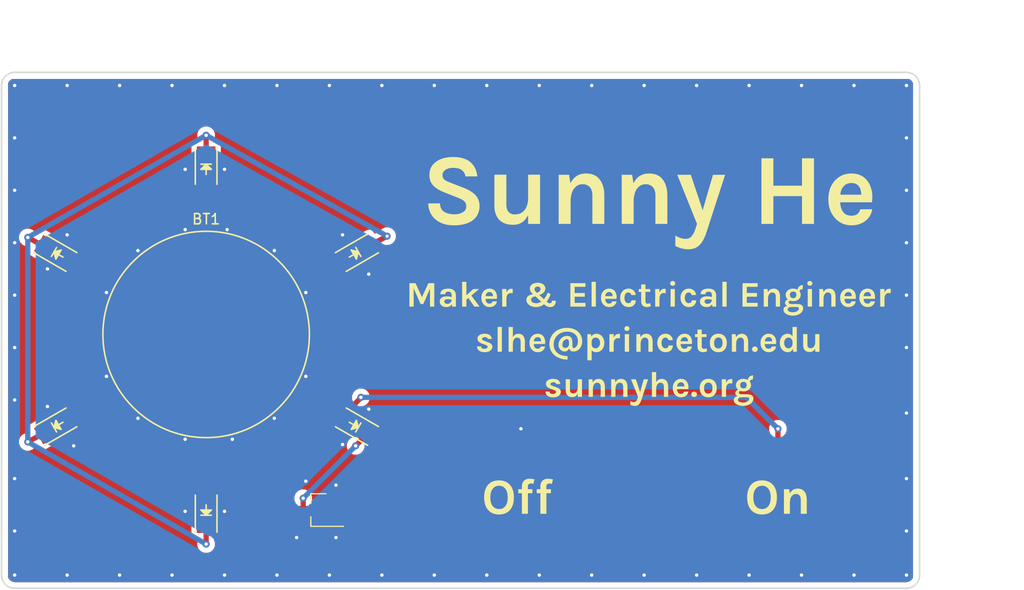
<source format=kicad_pcb>
(kicad_pcb (version 4) (host pcbnew 4.0.6)
  (layers (0 F.Cu signal) (31 B.Cu signal) (34 B.Paste user) (35 F.Paste user) (36 B.SilkS user) (37 F.SilkS user) (38 B.Mask user) (39 F.Mask user) (44 Edge.Cuts user))
  (net 0 "")
  (net 1 GND)
  (net 2 +3V3)
  (net 3 Cathode)
  (net 4 Sense)
  (module Vias:VIA_13_7 (layer F.Cu) (at 79.464 89.624)
    (fp_text reference REF** hide)
    (fp_text value VIA_13_7 hide)
    (pad 1 thru_hole circle (at 0 0) (size 0.6858 0.6858) (drill 0.3302) (layers *.Cu) (net 1 GND))
  )
  (module Vias:VIA_13_7 (layer F.Cu) (at 79.464 79.464)
    (fp_text reference REF** hide)
    (fp_text value VIA_13_7 hide)
    (pad 1 thru_hole circle (at 0 0) (size 0.6858 0.6858) (drill 0.3302) (layers *.Cu) (net 1 GND))
  )
  (module Vias:VIA_13_7 (layer F.Cu) (at 79.464 71.336)
    (fp_text reference REF** hide)
    (fp_text value VIA_13_7 hide)
    (pad 1 thru_hole circle (at 0 0) (size 0.6858 0.6858) (drill 0.3302) (layers *.Cu) (net 1 GND))
  )
  (module Vias:VIA_13_7 (layer F.Cu) (at 76.416 67.272)
    (fp_text reference REF** hide)
    (fp_text value VIA_13_7 hide)
    (pad 1 thru_hole circle (at 0 0) (size 0.6858 0.6858) (drill 0.3302) (layers *.Cu) (net 1 GND))
  )
  (module Vias:VIA_13_7 (layer F.Cu) (at 76.416 83.528)
    (fp_text reference REF** hide)
    (fp_text value VIA_13_7 hide)
    (pad 1 thru_hole circle (at 0 0) (size 0.6858 0.6858) (drill 0.3302) (layers *.Cu) (net 1 GND))
  )
  (module Vias:VIA_13_7 (layer F.Cu) (at 72.352 85.56)
    (fp_text reference REF** hide)
    (fp_text value VIA_13_7 hide)
    (pad 1 thru_hole circle (at 0 0) (size 0.6858 0.6858) (drill 0.3302) (layers *.Cu) (net 1 GND))
  )
  (module Vias:VIA_13_7 (layer F.Cu) (at 67.78 85.56)
    (fp_text reference REF** hide)
    (fp_text value VIA_13_7 hide)
    (pad 1 thru_hole circle (at 0 0) (size 0.6858 0.6858) (drill 0.3302) (layers *.Cu) (net 1 GND))
  )
  (module Vias:VIA_13_7 (layer F.Cu) (at 63.208 83.528)
    (fp_text reference REF** hide)
    (fp_text value VIA_13_7 hide)
    (pad 1 thru_hole circle (at 0 0) (size 0.6858 0.6858) (drill 0.3302) (layers *.Cu) (net 1 GND))
  )
  (module Vias:VIA_13_7 (layer F.Cu) (at 60.16 79.464)
    (fp_text reference REF** hide)
    (fp_text value VIA_13_7 hide)
    (pad 1 thru_hole circle (at 0 0) (size 0.6858 0.6858) (drill 0.3302) (layers *.Cu) (net 1 GND))
  )
  (module Vias:VIA_13_7 (layer F.Cu) (at 60.16 71.336)
    (fp_text reference REF** hide)
    (fp_text value VIA_13_7 hide)
    (pad 1 thru_hole circle (at 0 0) (size 0.6858 0.6858) (drill 0.3302) (layers *.Cu) (net 1 GND))
  )
  (module Vias:VIA_13_7 (layer F.Cu) (at 63.208 67.272)
    (fp_text reference REF** hide)
    (fp_text value VIA_13_7 hide)
    (pad 1 thru_hole circle (at 0 0) (size 0.6858 0.6858) (drill 0.3302) (layers *.Cu) (net 1 GND))
  )
  (module Vias:VIA_13_7 (layer F.Cu) (at 71.844 65.24)
    (fp_text reference REF** hide)
    (fp_text value VIA_13_7 hide)
    (pad 1 thru_hole circle (at 0 0) (size 0.6858 0.6858) (drill 0.3302) (layers *.Cu) (net 1 GND))
  )
  (module Vias:VIA_13_7 (layer F.Cu) (at 67.78 65.24)
    (fp_text reference REF** hide)
    (fp_text value VIA_13_7 hide)
    (pad 1 thru_hole circle (at 0 0) (size 0.6858 0.6858) (drill 0.3302) (layers *.Cu) (net 1 GND))
  )
  (module Vias:VIA_13_7 (layer F.Cu) (at 78.575 95.085)
    (fp_text reference REF** hide)
    (fp_text value VIA_13_7 hide)
    (pad 1 thru_hole circle (at 0 0) (size 0.6858 0.6858) (drill 0.3302) (layers *.Cu) (net 1 GND))
  )
  (module Vias:VIA_13_7 (layer F.Cu) (at 82.385 95.085)
    (fp_text reference REF** hide)
    (fp_text value VIA_13_7 hide)
    (pad 1 thru_hole circle (at 0 0) (size 0.6858 0.6858) (drill 0.3302) (layers *.Cu) (net 1 GND))
  )
  (module Vias:VIA_13_7 (layer F.Cu) (at 71.59 92.545)
    (fp_text reference REF** hide)
    (fp_text value VIA_13_7 hide)
    (pad 1 thru_hole circle (at 0 0) (size 0.6858 0.6858) (drill 0.3302) (layers *.Cu) (net 1 GND))
  )
  (module Vias:VIA_13_7 (layer F.Cu) (at 67.78 92.545)
    (fp_text reference REF** hide)
    (fp_text value VIA_13_7 hide)
    (pad 1 thru_hole circle (at 0 0) (size 0.6858 0.6858) (drill 0.3302) (layers *.Cu) (net 1 GND))
  )
  (module Vias:VIA_13_7 (layer F.Cu) (at 56.985 86.195)
    (fp_text reference REF** hide)
    (fp_text value VIA_13_7 hide)
    (pad 1 thru_hole circle (at 0 0) (size 0.6858 0.6858) (drill 0.3302) (layers *.Cu) (net 1 GND))
  )
  (module Vias:VIA_13_7 (layer F.Cu) (at 54.445 82.385)
    (fp_text reference REF** hide)
    (fp_text value VIA_13_7 hide)
    (pad 1 thru_hole circle (at 0 0) (size 0.6858 0.6858) (drill 0.3302) (layers *.Cu) (net 1 GND))
  )
  (module Vias:VIA_13_7 (layer F.Cu) (at 54.445 69.05)
    (fp_text reference REF** hide)
    (fp_text value VIA_13_7 hide)
    (pad 1 thru_hole circle (at 0 0) (size 0.6858 0.6858) (drill 0.3302) (layers *.Cu) (net 1 GND))
  )
  (module Vias:VIA_13_7 (layer F.Cu) (at 82.385 90.005)
    (fp_text reference REF** hide)
    (fp_text value VIA_13_7 hide)
    (pad 1 thru_hole circle (at 0 0) (size 0.6858 0.6858) (drill 0.3302) (layers *.Cu) (net 1 GND))
  )
  (module Linx_CR2032_Holder (layer F.Cu) (at 69.812 75.4)
    (fp_text reference BT1 (at 0 -11.176) (layer F.SilkS))
    (fp_text value Battery_Cell)
    (pad 2 smd circle (at 0 0) (size 17.78 17.78) (layers F.Cu F.Paste F.Mask) (net 1 GND))
    (pad 1 smd rect (at -11.43 0) (size 2.54 5.08) (layers F.Cu F.Paste F.Mask) (net 2 +3V3))
    (pad 1 smd rect (at 11.43 0) (size 2.54 5.08) (layers F.Cu F.Paste F.Mask) (net 2 +3V3))
  )
  (module Vias:VIA_13_7 (layer F.Cu) (at 83.02 86.068)
    (fp_text reference REF** hide)
    (fp_text value VIA_13_7 hide)
    (pad 1 thru_hole circle (at 0 0) (size 0.6858 0.6858) (drill 0.3302) (layers *.Cu) (net 1 GND))
  )
  (module Vias:VIA_13_7 (layer F.Cu) (at 85.56 82.639)
    (fp_text reference REF** hide)
    (fp_text value VIA_13_7 hide)
    (pad 1 thru_hole circle (at 0 0) (size 0.6858 0.6858) (drill 0.3302) (layers *.Cu) (net 1 GND))
  )
  (module Vias:VIA_13_7 (layer F.Cu) (at 85.56 69.558)
    (fp_text reference REF** hide)
    (fp_text value VIA_13_7 hide)
    (pad 1 thru_hole circle (at 0 0) (size 0.6858 0.6858) (drill 0.3302) (layers *.Cu) (net 1 GND))
  )
  (module Vias:VIA_13_7 (layer F.Cu) (at 83.02 65.748)
    (fp_text reference REF** hide)
    (fp_text value VIA_13_7 hide)
    (pad 1 thru_hole circle (at 0 0) (size 0.6858 0.6858) (drill 0.3302) (layers *.Cu) (net 1 GND))
  )
  (module Vias:VIA_13_7 (layer F.Cu) (at 71.59 59.398)
    (fp_text reference REF** hide)
    (fp_text value VIA_13_7 hide)
    (pad 1 thru_hole circle (at 0 0) (size 0.6858 0.6858) (drill 0.3302) (layers *.Cu) (net 1 GND))
  )
  (module Vias:VIA_13_7 (layer F.Cu) (at 67.78 59.398)
    (fp_text reference REF** hide)
    (fp_text value VIA_13_7 hide)
    (pad 1 thru_hole circle (at 0 0) (size 0.6858 0.6858) (drill 0.3302) (layers *.Cu) (net 1 GND))
  )
  (module Vias:VIA_13_7 (layer F.Cu) (at 56.35 65.748)
    (fp_text reference REF** hide)
    (fp_text value VIA_13_7 hide)
    (pad 1 thru_hole circle (at 0 0) (size 0.6858 0.6858) (drill 0.3302) (layers *.Cu) (net 1 GND))
  )
  (module Vias:VIA_13_7 (layer F.Cu) (at 91.91 51.27)
    (fp_text reference REF** hide)
    (fp_text value VIA_13_7 hide)
    (pad 1 thru_hole circle (at 0 0) (size 0.6858 0.6858) (drill 0.3302) (layers *.Cu) (net 1 GND))
  )
  (module Vias:VIA_13_7 (layer F.Cu) (at 96.99 51.27)
    (fp_text reference REF** hide)
    (fp_text value VIA_13_7 hide)
    (pad 1 thru_hole circle (at 0 0) (size 0.6858 0.6858) (drill 0.3302) (layers *.Cu) (net 1 GND))
  )
  (module Vias:VIA_13_7 (layer F.Cu) (at 122.39 51.27)
    (fp_text reference REF** hide)
    (fp_text value VIA_13_7 hide)
    (pad 1 thru_hole circle (at 0 0) (size 0.6858 0.6858) (drill 0.3302) (layers *.Cu) (net 1 GND))
  )
  (module Vias:VIA_13_7 (layer F.Cu) (at 132.55 51.27)
    (fp_text reference REF** hide)
    (fp_text value VIA_13_7 hide)
    (pad 1 thru_hole circle (at 0 0) (size 0.6858 0.6858) (drill 0.3302) (layers *.Cu) (net 1 GND))
  )
  (module Vias:VIA_13_7 (layer F.Cu) (at 127.47 51.27)
    (fp_text reference REF** hide)
    (fp_text value VIA_13_7 hide)
    (pad 1 thru_hole circle (at 0 0) (size 0.6858 0.6858) (drill 0.3302) (layers *.Cu) (net 1 GND))
  )
  (module Vias:VIA_13_7 (layer F.Cu) (at 112.23 51.27)
    (fp_text reference REF** hide)
    (fp_text value VIA_13_7 hide)
    (pad 1 thru_hole circle (at 0 0) (size 0.6858 0.6858) (drill 0.3302) (layers *.Cu) (net 1 GND))
  )
  (module Vias:VIA_13_7 (layer F.Cu) (at 107.15 51.27)
    (fp_text reference REF** hide)
    (fp_text value VIA_13_7 hide)
    (pad 1 thru_hole circle (at 0 0) (size 0.6858 0.6858) (drill 0.3302) (layers *.Cu) (net 1 GND))
  )
  (module Vias:VIA_13_7 (layer F.Cu) (at 102.07 51.27)
    (fp_text reference REF** hide)
    (fp_text value VIA_13_7 hide)
    (pad 1 thru_hole circle (at 0 0) (size 0.6858 0.6858) (drill 0.3302) (layers *.Cu) (net 1 GND))
  )
  (module Vias:VIA_13_7 (layer F.Cu) (at 117.31 51.27)
    (fp_text reference REF** hide)
    (fp_text value VIA_13_7 hide)
    (pad 1 thru_hole circle (at 0 0) (size 0.6858 0.6858) (drill 0.3302) (layers *.Cu) (net 1 GND))
  )
  (module Vias:VIA_13_7 (layer F.Cu) (at 56.35 51.27)
    (fp_text reference REF** hide)
    (fp_text value VIA_13_7 hide)
    (pad 1 thru_hole circle (at 0 0) (size 0.6858 0.6858) (drill 0.3302) (layers *.Cu) (net 1 GND))
  )
  (module Vias:VIA_13_7 (layer F.Cu) (at 66.51 51.27)
    (fp_text reference REF** hide)
    (fp_text value VIA_13_7 hide)
    (pad 1 thru_hole circle (at 0 0) (size 0.6858 0.6858) (drill 0.3302) (layers *.Cu) (net 1 GND))
  )
  (module Vias:VIA_13_7 (layer F.Cu) (at 61.43 51.27)
    (fp_text reference REF** hide)
    (fp_text value VIA_13_7 hide)
    (pad 1 thru_hole circle (at 0 0) (size 0.6858 0.6858) (drill 0.3302) (layers *.Cu) (net 1 GND))
  )
  (module Vias:VIA_13_7 (layer F.Cu) (at 86.83 51.27)
    (fp_text reference REF** hide)
    (fp_text value VIA_13_7 hide)
    (pad 1 thru_hole circle (at 0 0) (size 0.6858 0.6858) (drill 0.3302) (layers *.Cu) (net 1 GND))
  )
  (module Vias:VIA_13_7 (layer F.Cu) (at 71.59 51.27)
    (fp_text reference REF** hide)
    (fp_text value VIA_13_7 hide)
    (pad 1 thru_hole circle (at 0 0) (size 0.6858 0.6858) (drill 0.3302) (layers *.Cu) (net 1 GND))
  )
  (module Vias:VIA_13_7 (layer F.Cu) (at 81.75 51.27)
    (fp_text reference REF** hide)
    (fp_text value VIA_13_7 hide)
    (pad 1 thru_hole circle (at 0 0) (size 0.6858 0.6858) (drill 0.3302) (layers *.Cu) (net 1 GND))
  )
  (module Vias:VIA_13_7 (layer F.Cu) (at 76.67 51.27)
    (fp_text reference REF** hide)
    (fp_text value VIA_13_7 hide)
    (pad 1 thru_hole circle (at 0 0) (size 0.6858 0.6858) (drill 0.3302) (layers *.Cu) (net 1 GND))
  )
  (module Vias:VIA_13_7 (layer F.Cu) (at 132.55 98.722)
    (fp_text reference REF** hide)
    (fp_text value VIA_13_7 hide)
    (pad 1 thru_hole circle (at 0 0) (size 0.6858 0.6858) (drill 0.3302) (layers *.Cu) (net 1 GND))
  )
  (module Vias:VIA_13_7 (layer F.Cu) (at 127.47 98.722)
    (fp_text reference REF** hide)
    (fp_text value VIA_13_7 hide)
    (pad 1 thru_hole circle (at 0 0) (size 0.6858 0.6858) (drill 0.3302) (layers *.Cu) (net 1 GND))
  )
  (module Vias:VIA_13_7 (layer F.Cu) (at 122.39 98.722)
    (fp_text reference REF** hide)
    (fp_text value VIA_13_7 hide)
    (pad 1 thru_hole circle (at 0 0) (size 0.6858 0.6858) (drill 0.3302) (layers *.Cu) (net 1 GND))
  )
  (module Vias:VIA_13_7 (layer F.Cu) (at 117.31 98.722)
    (fp_text reference REF** hide)
    (fp_text value VIA_13_7 hide)
    (pad 1 thru_hole circle (at 0 0) (size 0.6858 0.6858) (drill 0.3302) (layers *.Cu) (net 1 GND))
  )
  (module Vias:VIA_13_7 (layer F.Cu) (at 112.23 98.722)
    (fp_text reference REF** hide)
    (fp_text value VIA_13_7 hide)
    (pad 1 thru_hole circle (at 0 0) (size 0.6858 0.6858) (drill 0.3302) (layers *.Cu) (net 1 GND))
  )
  (module Vias:VIA_13_7 (layer F.Cu) (at 107.15 98.722)
    (fp_text reference REF** hide)
    (fp_text value VIA_13_7 hide)
    (pad 1 thru_hole circle (at 0 0) (size 0.6858 0.6858) (drill 0.3302) (layers *.Cu) (net 1 GND))
  )
  (module Vias:VIA_13_7 (layer F.Cu) (at 102.07 98.722)
    (fp_text reference REF** hide)
    (fp_text value VIA_13_7 hide)
    (pad 1 thru_hole circle (at 0 0) (size 0.6858 0.6858) (drill 0.3302) (layers *.Cu) (net 1 GND))
  )
  (module Vias:VIA_13_7 (layer F.Cu) (at 96.99 98.722)
    (fp_text reference REF** hide)
    (fp_text value VIA_13_7 hide)
    (pad 1 thru_hole circle (at 0 0) (size 0.6858 0.6858) (drill 0.3302) (layers *.Cu) (net 1 GND))
  )
  (module Vias:VIA_13_7 (layer F.Cu) (at 91.91 98.722)
    (fp_text reference REF** hide)
    (fp_text value VIA_13_7 hide)
    (pad 1 thru_hole circle (at 0 0) (size 0.6858 0.6858) (drill 0.3302) (layers *.Cu) (net 1 GND))
  )
  (module Vias:VIA_13_7 (layer F.Cu) (at 86.83 98.722)
    (fp_text reference REF** hide)
    (fp_text value VIA_13_7 hide)
    (pad 1 thru_hole circle (at 0 0) (size 0.6858 0.6858) (drill 0.3302) (layers *.Cu) (net 1 GND))
  )
  (module Vias:VIA_13_7 (layer F.Cu) (at 81.75 98.722)
    (fp_text reference REF** hide)
    (fp_text value VIA_13_7 hide)
    (pad 1 thru_hole circle (at 0 0) (size 0.6858 0.6858) (drill 0.3302) (layers *.Cu) (net 1 GND))
  )
  (module Vias:VIA_13_7 (layer F.Cu) (at 76.67 98.722)
    (fp_text reference REF** hide)
    (fp_text value VIA_13_7 hide)
    (pad 1 thru_hole circle (at 0 0) (size 0.6858 0.6858) (drill 0.3302) (layers *.Cu) (net 1 GND))
  )
  (module Vias:VIA_13_7 (layer F.Cu) (at 71.59 98.722)
    (fp_text reference REF** hide)
    (fp_text value VIA_13_7 hide)
    (pad 1 thru_hole circle (at 0 0) (size 0.6858 0.6858) (drill 0.3302) (layers *.Cu) (net 1 GND))
  )
  (module Vias:VIA_13_7 (layer F.Cu) (at 66.51 98.722)
    (fp_text reference REF** hide)
    (fp_text value VIA_13_7 hide)
    (pad 1 thru_hole circle (at 0 0) (size 0.6858 0.6858) (drill 0.3302) (layers *.Cu) (net 1 GND))
  )
  (module Vias:VIA_13_7 (layer F.Cu) (at 61.43 98.722)
    (fp_text reference REF** hide)
    (fp_text value VIA_13_7 hide)
    (pad 1 thru_hole circle (at 0 0) (size 0.6858 0.6858) (drill 0.3302) (layers *.Cu) (net 1 GND))
  )
  (module Vias:VIA_13_7 (layer F.Cu) (at 56.35 98.722)
    (fp_text reference REF** hide)
    (fp_text value VIA_13_7 hide)
    (pad 1 thru_hole circle (at 0 0) (size 0.6858 0.6858) (drill 0.3302) (layers *.Cu) (net 1 GND))
  )
  (module Vias:VIA_13_7 (layer F.Cu) (at 137.63 56.35)
    (fp_text reference REF** hide)
    (fp_text value VIA_13_7 hide)
    (pad 1 thru_hole circle (at 0 0) (size 0.6858 0.6858) (drill 0.3302) (layers *.Cu) (net 1 GND))
  )
  (module Vias:VIA_13_7 (layer F.Cu) (at 137.63 51.27)
    (fp_text reference REF** hide)
    (fp_text value VIA_13_7 hide)
    (pad 1 thru_hole circle (at 0 0) (size 0.6858 0.6858) (drill 0.3302) (layers *.Cu) (net 1 GND))
  )
  (module Vias:VIA_13_7 (layer F.Cu) (at 137.63 71.59)
    (fp_text reference REF** hide)
    (fp_text value VIA_13_7 hide)
    (pad 1 thru_hole circle (at 0 0) (size 0.6858 0.6858) (drill 0.3302) (layers *.Cu) (net 1 GND))
  )
  (module Vias:VIA_13_7 (layer F.Cu) (at 137.63 66.51)
    (fp_text reference REF** hide)
    (fp_text value VIA_13_7 hide)
    (pad 1 thru_hole circle (at 0 0) (size 0.6858 0.6858) (drill 0.3302) (layers *.Cu) (net 1 GND))
  )
  (module Vias:VIA_13_7 (layer F.Cu) (at 137.63 61.43)
    (fp_text reference REF** hide)
    (fp_text value VIA_13_7 hide)
    (pad 1 thru_hole circle (at 0 0) (size 0.6858 0.6858) (drill 0.3302) (layers *.Cu) (net 1 GND))
  )
  (module Vias:VIA_13_7 (layer F.Cu) (at 137.63 98.722)
    (fp_text reference REF** hide)
    (fp_text value VIA_13_7 hide)
    (pad 1 thru_hole circle (at 0 0) (size 0.6858 0.6858) (drill 0.3302) (layers *.Cu) (net 1 GND))
  )
  (module Vias:VIA_13_7 (layer F.Cu) (at 137.63 89.37)
    (fp_text reference REF** hide)
    (fp_text value VIA_13_7 hide)
    (pad 1 thru_hole circle (at 0 0) (size 0.6858 0.6858) (drill 0.3302) (layers *.Cu) (net 1 GND))
  )
  (module Vias:VIA_13_7 (layer F.Cu) (at 137.63 83.02)
    (fp_text reference REF** hide)
    (fp_text value VIA_13_7 hide)
    (pad 1 thru_hole circle (at 0 0) (size 0.6858 0.6858) (drill 0.3302) (layers *.Cu) (net 1 GND))
  )
  (module Vias:VIA_13_7 (layer F.Cu) (at 137.63 94.45)
    (fp_text reference REF** hide)
    (fp_text value VIA_13_7 hide)
    (pad 1 thru_hole circle (at 0 0) (size 0.6858 0.6858) (drill 0.3302) (layers *.Cu) (net 1 GND))
  )
  (module Vias:VIA_13_7 (layer F.Cu) (at 137.63 76.67)
    (fp_text reference REF** hide)
    (fp_text value VIA_13_7 hide)
    (pad 1 thru_hole circle (at 0 0) (size 0.6858 0.6858) (drill 0.3302) (layers *.Cu) (net 1 GND))
  )
  (module Vias:VIA_13_7 (layer F.Cu) (at 51.27 98.722)
    (fp_text reference REF** hide)
    (fp_text value VIA_13_7 hide)
    (pad 1 thru_hole circle (at 0 0) (size 0.6858 0.6858) (drill 0.3302) (layers *.Cu) (net 1 GND))
  )
  (module Vias:VIA_13_7 (layer F.Cu) (at 51.27 94.45)
    (fp_text reference REF** hide)
    (fp_text value VIA_13_7 hide)
    (pad 1 thru_hole circle (at 0 0) (size 0.6858 0.6858) (drill 0.3302) (layers *.Cu) (net 1 GND))
  )
  (module Vias:VIA_13_7 (layer F.Cu) (at 51.27 89.37)
    (fp_text reference REF** hide)
    (fp_text value VIA_13_7 hide)
    (pad 1 thru_hole circle (at 0 0) (size 0.6858 0.6858) (drill 0.3302) (layers *.Cu) (net 1 GND))
  )
  (module Vias:VIA_13_7 (layer F.Cu) (at 51.27 81.75)
    (fp_text reference REF** hide)
    (fp_text value VIA_13_7 hide)
    (pad 1 thru_hole circle (at 0 0) (size 0.6858 0.6858) (drill 0.3302) (layers *.Cu) (net 1 GND))
  )
  (module Vias:VIA_13_7 (layer F.Cu) (at 51.27 76.67)
    (fp_text reference REF** hide)
    (fp_text value VIA_13_7 hide)
    (pad 1 thru_hole circle (at 0 0) (size 0.6858 0.6858) (drill 0.3302) (layers *.Cu) (net 1 GND))
  )
  (module Vias:VIA_13_7 (layer F.Cu) (at 51.27 71.59)
    (fp_text reference REF** hide)
    (fp_text value VIA_13_7 hide)
    (pad 1 thru_hole circle (at 0 0) (size 0.6858 0.6858) (drill 0.3302) (layers *.Cu) (net 1 GND))
  )
  (module Vias:VIA_13_7 (layer F.Cu) (at 51.27 66.51)
    (fp_text reference REF** hide)
    (fp_text value VIA_13_7 hide)
    (pad 1 thru_hole circle (at 0 0) (size 0.6858 0.6858) (drill 0.3302) (layers *.Cu) (net 1 GND))
  )
  (module Vias:VIA_13_7 (layer F.Cu) (at 51.27 61.43)
    (fp_text reference REF** hide)
    (fp_text value VIA_13_7 hide)
    (pad 1 thru_hole circle (at 0 0) (size 0.6858 0.6858) (drill 0.3302) (layers *.Cu) (net 1 GND))
  )
  (module Vias:VIA_13_7 (layer F.Cu) (at 51.27 56.35)
    (fp_text reference REF** hide)
    (fp_text value VIA_13_7 hide)
    (pad 1 thru_hole circle (at 0 0) (size 0.6858 0.6858) (drill 0.3302) (layers *.Cu) (net 1 GND))
  )
  (module LEDs:LED_1206 (layer F.Cu) (at 55.5118 84.163 30)
    (fp_text reference D1 hide)
    (fp_text value LED hide)
    (pad 2 smd rect (at 1.41986 0 210) (size 1.59766 1.80086) (layers F.Cu F.Paste F.Mask) (net 2 +3V3))
    (pad 1 smd rect (at -1.41986 0 210) (size 1.59766 1.80086) (layers F.Cu F.Paste F.Mask) (net 3 Cathode))
  )
  (module LEDs:LED_1206 (layer F.Cu) (at 69.812 92.418 90)
    (fp_text reference D2 hide)
    (fp_text value LED hide)
    (pad 2 smd rect (at 1.41986 0 270) (size 1.59766 1.80086) (layers F.Cu F.Paste F.Mask) (net 2 +3V3))
    (pad 1 smd rect (at -1.41986 0 270) (size 1.59766 1.80086) (layers F.Cu F.Paste F.Mask) (net 3 Cathode))
  )
  (module LEDs:LED_1206 (layer F.Cu) (at 84.1122 84.163 150)
    (fp_text reference D3 hide)
    (fp_text value LED hide)
    (pad 2 smd rect (at 1.41986 0 330) (size 1.59766 1.80086) (layers F.Cu F.Paste F.Mask) (net 2 +3V3))
    (pad 1 smd rect (at -1.41986 0 330) (size 1.59766 1.80086) (layers F.Cu F.Paste F.Mask) (net 3 Cathode))
  )
  (module LEDs:LED_1206 (layer F.Cu) (at 69.812 59.398 270)
    (fp_text reference D4 hide)
    (fp_text value LED hide)
    (pad 2 smd rect (at 1.41986 0 90) (size 1.59766 1.80086) (layers F.Cu F.Paste F.Mask) (net 2 +3V3))
    (pad 1 smd rect (at -1.41986 0 90) (size 1.59766 1.80086) (layers F.Cu F.Paste F.Mask) (net 3 Cathode))
  )
  (module LEDs:LED_1206 (layer F.Cu) (at 55.5118 67.653 330)
    (fp_text reference D5 hide)
    (fp_text value LED hide)
    (pad 2 smd rect (at 1.41986 0 150) (size 1.59766 1.80086) (layers F.Cu F.Paste F.Mask) (net 2 +3V3))
    (pad 1 smd rect (at -1.41986 0 150) (size 1.59766 1.80086) (layers F.Cu F.Paste F.Mask) (net 3 Cathode))
  )
  (module LEDs:LED_1206 (layer F.Cu) (at 84.1122 67.653 210)
    (fp_text reference D6 hide)
    (fp_text value LED hide)
    (pad 2 smd rect (at 1.41986 0 30) (size 1.59766 1.80086) (layers F.Cu F.Paste F.Mask) (net 2 +3V3))
    (pad 1 smd rect (at -1.41986 0 30) (size 1.59766 1.80086) (layers F.Cu F.Paste F.Mask) (net 3 Cathode))
  )
  (module CardElements:ButtonPad (layer F.Cu) (at 100.292 94.45 180)
    (fp_text reference P1 hide)
    (fp_text value ButtonPad hide)
    (fp_poly (pts (xy -3.803894 -2.437577) (xy -4.077331 -2.431287) (xy -4.347842 -2.412606) (xy -4.61505 -2.381813) (xy -4.878576 -2.33919) (xy -5.138045 -2.285016) (xy -5.393079 -2.219573) (xy -5.643299 -2.143141) (xy -5.88833 -2.056) (xy -6.127792 -1.958432) (xy -6.36131 -1.850717) (xy -6.588506 -1.733135) (xy -6.809001 -1.605966) (xy -7.02242 -1.469493) (xy -7.228384 -1.323994) (xy -7.426516 -1.169751) (xy -7.616439 -1.007045) (xy -7.797775 -0.836155) (xy -7.970147 -0.657363) (xy -8.133178 -0.470949) (xy -8.28649 -0.277193) (xy -8.429705 -0.076377) (xy -8.562447 0.131219) (xy -8.684338 0.345315) (xy -8.795001 0.56563) (xy -8.894057 0.791884) (xy -8.981131 1.023795) (xy -9.055844 1.261084) (xy -9.117819 1.503469) (xy -9.166679 1.750671) (xy -9.202046 2.002408) (xy -9.223543 2.2584) (xy -9.230793 2.518366) (xy -7.198793 2.518366) (xy -7.188123 2.284356) (xy -7.156573 2.054496) (xy -7.104832 1.829635) (xy -7.033589 1.610622) (xy -6.943533 1.398306) (xy -6.835355 1.193536) (xy -6.709742 0.99716) (xy -6.567385 0.810027) (xy -6.408972 0.632988) (xy -6.235193 0.466889) (xy -6.046737 0.31258) (xy -5.844294 0.170911) (xy -5.628551 0.042729) (xy -5.4002 -0.071116) (xy -5.159928 -0.169775) (xy -4.908426 -0.2524) (xy -4.646382 -0.318142) (xy -4.374486 -0.366151) (xy -4.093427 -0.395579) (xy -3.803894 -0.405577) (xy 3.804346 -0.405577) (xy 4.093879 -0.395579) (xy 4.374937 -0.366151) (xy 4.646833 -0.318142) (xy 4.908876 -0.2524) (xy 5.160379 -0.169775) (xy 5.40065 -0.071116) (xy 5.629001 0.042729) (xy 5.844744 0.170911) (xy 6.047188 0.31258) (xy 6.235644 0.466889) (xy 6.409423 0.632988) (xy 6.567836 0.810027) (xy 6.710193 0.99716) (xy 6.835806 1.193536) (xy 6.943985 1.398306) (xy 7.03404 1.610622) (xy 7.105283 1.829635) (xy 7.157024 2.054496) (xy 7.188574 2.284356) (xy 7.199244 2.518366) (xy 9.231244 2.518366) (xy 9.223995 2.2584) (xy 9.202498 2.002408) (xy 9.16713 1.750671) (xy 9.118271 1.503469) (xy 9.056295 1.261084) (xy 8.981582 1.023795) (xy 8.894509 0.791884) (xy 8.795452 0.56563) (xy 8.684789 0.345315) (xy 8.562898 0.131219) (xy 8.430156 -0.076377) (xy 8.286941 -0.277193) (xy 8.133629 -0.470949) (xy 7.970598 -0.657363) (xy 7.798226 -0.836155) (xy 7.61689 -1.007045) (xy 7.426967 -1.169751) (xy 7.228835 -1.323994) (xy 7.022871 -1.469493) (xy 6.809452 -1.605966) (xy 6.588956 -1.733135) (xy 6.361761 -1.850717) (xy 6.128243 -1.958432) (xy 5.88878 -2.056) (xy 5.64375 -2.143141) (xy 5.39353 -2.219573) (xy 5.138496 -2.285016) (xy 4.879028 -2.33919) (xy 4.615501 -2.381813) (xy 4.348293 -2.412606) (xy 4.077783 -2.431287) (xy 3.804346 -2.437577) (xy -3.803894 -2.437577)) (layer F.Cu) (width 0))
    (pad 1 smd rect (at 0 -1.27 180) (size 10.16 1.524) (layers F.Cu) (net 4 Sense))
  )
  (module CardElements:ButtonPad (layer F.Cu) (at 100.292 87.846)
    (fp_text reference P2 hide)
    (fp_text value ButtonPad hide)
    (fp_poly (pts (xy -3.803894 -2.437577) (xy -4.077331 -2.431287) (xy -4.347842 -2.412606) (xy -4.61505 -2.381813) (xy -4.878576 -2.33919) (xy -5.138045 -2.285016) (xy -5.393079 -2.219573) (xy -5.643299 -2.143141) (xy -5.88833 -2.056) (xy -6.127792 -1.958432) (xy -6.36131 -1.850717) (xy -6.588506 -1.733135) (xy -6.809001 -1.605966) (xy -7.02242 -1.469493) (xy -7.228384 -1.323994) (xy -7.426516 -1.169751) (xy -7.616439 -1.007045) (xy -7.797775 -0.836155) (xy -7.970147 -0.657363) (xy -8.133178 -0.470949) (xy -8.28649 -0.277193) (xy -8.429705 -0.076377) (xy -8.562447 0.131219) (xy -8.684338 0.345315) (xy -8.795001 0.56563) (xy -8.894057 0.791884) (xy -8.981131 1.023795) (xy -9.055844 1.261084) (xy -9.117819 1.503469) (xy -9.166679 1.750671) (xy -9.202046 2.002408) (xy -9.223543 2.2584) (xy -9.230793 2.518366) (xy -7.198793 2.518366) (xy -7.188123 2.284356) (xy -7.156573 2.054496) (xy -7.104832 1.829635) (xy -7.033589 1.610622) (xy -6.943533 1.398306) (xy -6.835355 1.193536) (xy -6.709742 0.99716) (xy -6.567385 0.810027) (xy -6.408972 0.632988) (xy -6.235193 0.466889) (xy -6.046737 0.31258) (xy -5.844294 0.170911) (xy -5.628551 0.042729) (xy -5.4002 -0.071116) (xy -5.159928 -0.169775) (xy -4.908426 -0.2524) (xy -4.646382 -0.318142) (xy -4.374486 -0.366151) (xy -4.093427 -0.395579) (xy -3.803894 -0.405577) (xy 3.804346 -0.405577) (xy 4.093879 -0.395579) (xy 4.374937 -0.366151) (xy 4.646833 -0.318142) (xy 4.908876 -0.2524) (xy 5.160379 -0.169775) (xy 5.40065 -0.071116) (xy 5.629001 0.042729) (xy 5.844744 0.170911) (xy 6.047188 0.31258) (xy 6.235644 0.466889) (xy 6.409423 0.632988) (xy 6.567836 0.810027) (xy 6.710193 0.99716) (xy 6.835806 1.193536) (xy 6.943985 1.398306) (xy 7.03404 1.610622) (xy 7.105283 1.829635) (xy 7.157024 2.054496) (xy 7.188574 2.284356) (xy 7.199244 2.518366) (xy 9.231244 2.518366) (xy 9.223995 2.2584) (xy 9.202498 2.002408) (xy 9.16713 1.750671) (xy 9.118271 1.503469) (xy 9.056295 1.261084) (xy 8.981582 1.023795) (xy 8.894509 0.791884) (xy 8.795452 0.56563) (xy 8.684789 0.345315) (xy 8.562898 0.131219) (xy 8.430156 -0.076377) (xy 8.286941 -0.277193) (xy 8.133629 -0.470949) (xy 7.970598 -0.657363) (xy 7.798226 -0.836155) (xy 7.61689 -1.007045) (xy 7.426967 -1.169751) (xy 7.228835 -1.323994) (xy 7.022871 -1.469493) (xy 6.809452 -1.605966) (xy 6.588956 -1.733135) (xy 6.361761 -1.850717) (xy 6.128243 -1.958432) (xy 5.88878 -2.056) (xy 5.64375 -2.143141) (xy 5.39353 -2.219573) (xy 5.138496 -2.285016) (xy 4.879028 -2.33919) (xy 4.615501 -2.381813) (xy 4.348293 -2.412606) (xy 4.077783 -2.431287) (xy 3.804346 -2.437577) (xy -3.803894 -2.437577)) (layer F.Cu) (width 0))
    (pad 1 smd rect (at 0 -1.27) (size 10.16 1.524) (layers F.Cu) (net 1 GND))
  )
  (module CardElements:ButtonPad (layer F.Cu) (at 125.184 94.45 180)
    (fp_text reference P3 hide)
    (fp_text value ButtonPad hide)
    (fp_poly (pts (xy -3.803894 -2.437577) (xy -4.077331 -2.431287) (xy -4.347842 -2.412606) (xy -4.61505 -2.381813) (xy -4.878576 -2.33919) (xy -5.138045 -2.285016) (xy -5.393079 -2.219573) (xy -5.643299 -2.143141) (xy -5.88833 -2.056) (xy -6.127792 -1.958432) (xy -6.36131 -1.850717) (xy -6.588506 -1.733135) (xy -6.809001 -1.605966) (xy -7.02242 -1.469493) (xy -7.228384 -1.323994) (xy -7.426516 -1.169751) (xy -7.616439 -1.007045) (xy -7.797775 -0.836155) (xy -7.970147 -0.657363) (xy -8.133178 -0.470949) (xy -8.28649 -0.277193) (xy -8.429705 -0.076377) (xy -8.562447 0.131219) (xy -8.684338 0.345315) (xy -8.795001 0.56563) (xy -8.894057 0.791884) (xy -8.981131 1.023795) (xy -9.055844 1.261084) (xy -9.117819 1.503469) (xy -9.166679 1.750671) (xy -9.202046 2.002408) (xy -9.223543 2.2584) (xy -9.230793 2.518366) (xy -7.198793 2.518366) (xy -7.188123 2.284356) (xy -7.156573 2.054496) (xy -7.104832 1.829635) (xy -7.033589 1.610622) (xy -6.943533 1.398306) (xy -6.835355 1.193536) (xy -6.709742 0.99716) (xy -6.567385 0.810027) (xy -6.408972 0.632988) (xy -6.235193 0.466889) (xy -6.046737 0.31258) (xy -5.844294 0.170911) (xy -5.628551 0.042729) (xy -5.4002 -0.071116) (xy -5.159928 -0.169775) (xy -4.908426 -0.2524) (xy -4.646382 -0.318142) (xy -4.374486 -0.366151) (xy -4.093427 -0.395579) (xy -3.803894 -0.405577) (xy 3.804346 -0.405577) (xy 4.093879 -0.395579) (xy 4.374937 -0.366151) (xy 4.646833 -0.318142) (xy 4.908876 -0.2524) (xy 5.160379 -0.169775) (xy 5.40065 -0.071116) (xy 5.629001 0.042729) (xy 5.844744 0.170911) (xy 6.047188 0.31258) (xy 6.235644 0.466889) (xy 6.409423 0.632988) (xy 6.567836 0.810027) (xy 6.710193 0.99716) (xy 6.835806 1.193536) (xy 6.943985 1.398306) (xy 7.03404 1.610622) (xy 7.105283 1.829635) (xy 7.157024 2.054496) (xy 7.188574 2.284356) (xy 7.199244 2.518366) (xy 9.231244 2.518366) (xy 9.223995 2.2584) (xy 9.202498 2.002408) (xy 9.16713 1.750671) (xy 9.118271 1.503469) (xy 9.056295 1.261084) (xy 8.981582 1.023795) (xy 8.894509 0.791884) (xy 8.795452 0.56563) (xy 8.684789 0.345315) (xy 8.562898 0.131219) (xy 8.430156 -0.076377) (xy 8.286941 -0.277193) (xy 8.133629 -0.470949) (xy 7.970598 -0.657363) (xy 7.798226 -0.836155) (xy 7.61689 -1.007045) (xy 7.426967 -1.169751) (xy 7.228835 -1.323994) (xy 7.022871 -1.469493) (xy 6.809452 -1.605966) (xy 6.588956 -1.733135) (xy 6.361761 -1.850717) (xy 6.128243 -1.958432) (xy 5.88878 -2.056) (xy 5.64375 -2.143141) (xy 5.39353 -2.219573) (xy 5.138496 -2.285016) (xy 4.879028 -2.33919) (xy 4.615501 -2.381813) (xy 4.348293 -2.412606) (xy 4.077783 -2.431287) (xy 3.804346 -2.437577) (xy -3.803894 -2.437577)) (layer F.Cu) (width 0))
    (pad 1 smd rect (at 0 -1.27 180) (size 10.16 1.524) (layers F.Cu) (net 4 Sense))
  )
  (module CardElements:ButtonPad (layer F.Cu) (at 125.184 87.846)
    (fp_text reference P4 hide)
    (fp_text value ButtonPad hide)
    (fp_poly (pts (xy -3.803894 -2.437577) (xy -4.077331 -2.431287) (xy -4.347842 -2.412606) (xy -4.61505 -2.381813) (xy -4.878576 -2.33919) (xy -5.138045 -2.285016) (xy -5.393079 -2.219573) (xy -5.643299 -2.143141) (xy -5.88833 -2.056) (xy -6.127792 -1.958432) (xy -6.36131 -1.850717) (xy -6.588506 -1.733135) (xy -6.809001 -1.605966) (xy -7.02242 -1.469493) (xy -7.228384 -1.323994) (xy -7.426516 -1.169751) (xy -7.616439 -1.007045) (xy -7.797775 -0.836155) (xy -7.970147 -0.657363) (xy -8.133178 -0.470949) (xy -8.28649 -0.277193) (xy -8.429705 -0.076377) (xy -8.562447 0.131219) (xy -8.684338 0.345315) (xy -8.795001 0.56563) (xy -8.894057 0.791884) (xy -8.981131 1.023795) (xy -9.055844 1.261084) (xy -9.117819 1.503469) (xy -9.166679 1.750671) (xy -9.202046 2.002408) (xy -9.223543 2.2584) (xy -9.230793 2.518366) (xy -7.198793 2.518366) (xy -7.188123 2.284356) (xy -7.156573 2.054496) (xy -7.104832 1.829635) (xy -7.033589 1.610622) (xy -6.943533 1.398306) (xy -6.835355 1.193536) (xy -6.709742 0.99716) (xy -6.567385 0.810027) (xy -6.408972 0.632988) (xy -6.235193 0.466889) (xy -6.046737 0.31258) (xy -5.844294 0.170911) (xy -5.628551 0.042729) (xy -5.4002 -0.071116) (xy -5.159928 -0.169775) (xy -4.908426 -0.2524) (xy -4.646382 -0.318142) (xy -4.374486 -0.366151) (xy -4.093427 -0.395579) (xy -3.803894 -0.405577) (xy 3.804346 -0.405577) (xy 4.093879 -0.395579) (xy 4.374937 -0.366151) (xy 4.646833 -0.318142) (xy 4.908876 -0.2524) (xy 5.160379 -0.169775) (xy 5.40065 -0.071116) (xy 5.629001 0.042729) (xy 5.844744 0.170911) (xy 6.047188 0.31258) (xy 6.235644 0.466889) (xy 6.409423 0.632988) (xy 6.567836 0.810027) (xy 6.710193 0.99716) (xy 6.835806 1.193536) (xy 6.943985 1.398306) (xy 7.03404 1.610622) (xy 7.105283 1.829635) (xy 7.157024 2.054496) (xy 7.188574 2.284356) (xy 7.199244 2.518366) (xy 9.231244 2.518366) (xy 9.223995 2.2584) (xy 9.202498 2.002408) (xy 9.16713 1.750671) (xy 9.118271 1.503469) (xy 9.056295 1.261084) (xy 8.981582 1.023795) (xy 8.894509 0.791884) (xy 8.795452 0.56563) (xy 8.684789 0.345315) (xy 8.562898 0.131219) (xy 8.430156 -0.076377) (xy 8.286941 -0.277193) (xy 8.133629 -0.470949) (xy 7.970598 -0.657363) (xy 7.798226 -0.836155) (xy 7.61689 -1.007045) (xy 7.426967 -1.169751) (xy 7.228835 -1.323994) (xy 7.022871 -1.469493) (xy 6.809452 -1.605966) (xy 6.588956 -1.733135) (xy 6.361761 -1.850717) (xy 6.128243 -1.958432) (xy 5.88878 -2.056) (xy 5.64375 -2.143141) (xy 5.39353 -2.219573) (xy 5.138496 -2.285016) (xy 4.879028 -2.33919) (xy 4.615501 -2.381813) (xy 4.348293 -2.412606) (xy 4.077783 -2.431287) (xy 3.804346 -2.437577) (xy -3.803894 -2.437577)) (layer F.Cu) (width 0))
    (pad 1 smd rect (at 0 -1.27) (size 10.16 1.524) (layers F.Cu) (net 2 +3V3))
  )
  (module CardElements:front (layer F.Cu) (at 94.196 71.59)
    (fp_text reference svg2mod hide)
    (fp_text value G*** hide)
  )
  (module CardElements:SOT-23_Handsoldering_DGS (layer F.Cu) (at 80.71 92.418 180)
    (fp_text reference Q1 hide)
    (fp_text value Q_NMOS_DGS hide)
    (pad 2 smd rect (at -1.5 -0.95 180) (size 1.9 0.8) (layers F.Cu F.Paste F.Mask) (net 4 Sense))
    (pad 3 smd rect (at -1.5 0.95 180) (size 1.9 0.8) (layers F.Cu F.Paste F.Mask) (net 1 GND))
    (pad 1 smd rect (at 1.5 0 180) (size 1.9 0.8) (layers F.Cu F.Paste F.Mask) (net 3 Cathode))
  )
  (module Vias:VIA_13_7 (layer F.Cu) (at 51.27 51.27)
    (fp_text reference REF** hide)
    (fp_text value VIA_13_7 hide)
    (pad 1 thru_hole circle (at 0 0) (size 0.6858 0.6858) (drill 0.3302) (layers *.Cu) (net 1 GND))
  )
  (gr_arc (start 137.63 98.73) (end 138.9 98.73) (angle 90) (layer Edge.Cuts) (width 0.15))
  (gr_arc (start 51.27 98.73) (end 51.27 100) (angle 90) (layer Edge.Cuts) (width 0.15))
  (gr_arc (start 51.27 51.27) (end 50 51.27) (angle 90) (layer Edge.Cuts) (width 0.15))
  (gr_arc (start 137.63 51.27) (end 137.63 50) (angle 90) (layer Edge.Cuts) (width 0.15))
  (gr_line (start 50 98.73) (end 50 51.27) (layer Edge.Cuts) (width 0.15))
  (gr_line (start 137.63 100) (end 51.27 100) (layer Edge.Cuts) (width 0.15))
  (gr_line (start 138.9 51.27) (end 138.9 98.73) (layer Edge.Cuts) (width 0.15))
  (gr_line (start 51.27 50) (end 137.63 50) (layer Edge.Cuts) (width 0.15))
  (via (at 100.292 84.544) (size 0.6858) (drill 0.3302) (layers F.Cu B.Cu) (net 1))
  (segment (start 100.292 86.576) (end 100.292 84.544) (width 0.508) (layer F.Cu) (net 1))
  (segment (start 85.282933 81.496) (end 84.798 81.496) (width 0.508) (layer B.Cu) (net 2))
  (segment (start 122.136 81.496) (end 85.282933 81.496) (width 0.508) (layer B.Cu) (net 2))
  (segment (start 125.184 84.544) (end 122.136 81.496) (width 0.508) (layer B.Cu) (net 2))
  (segment (start 84.798 81.537635) (end 84.798 81.496) (width 0.508) (layer F.Cu) (net 2))
  (segment (start 82.882565 83.45307) (end 84.798 81.537635) (width 0.508) (layer F.Cu) (net 2))
  (segment (start 85.052 81.496) (end 84.798 81.496) (width 0.508) (layer B.Cu) (net 2))
  (via (at 84.798 81.496) (size 0.6858) (drill 0.3302) (layers F.Cu B.Cu) (net 2))
  (segment (start 82.882565 83.45307) (end 82.882565 82.649435) (width 0.508) (layer F.Cu) (net 2))
  (segment (start 125.184 86.576) (end 125.184 84.544) (width 0.508) (layer F.Cu) (net 2))
  (via (at 125.184 84.544) (size 0.6858) (drill 0.3302) (layers F.Cu B.Cu) (net 2))
  (segment (start 56.741435 83.45307) (end 69.812 90.99814) (width 0.508) (layer F.Cu) (net 2))
  (segment (start 69.812 60.81786) (end 56.741435 68.36293) (width 0.508) (layer F.Cu) (net 2))
  (segment (start 58.382 75.4) (end 58.382 81.812505) (width 0.508) (layer F.Cu) (net 2))
  (segment (start 58.382 81.812505) (end 56.741435 83.45307) (width 0.508) (layer F.Cu) (net 2))
  (segment (start 58.382 75.4) (end 58.382 70.003495) (width 0.508) (layer F.Cu) (net 2))
  (segment (start 58.382 70.003495) (end 56.741435 68.36293) (width 0.508) (layer F.Cu) (net 2))
  (segment (start 82.882565 83.45307) (end 81.242 81.812505) (width 0.508) (layer F.Cu) (net 2))
  (segment (start 81.242 81.812505) (end 81.242 78.448) (width 0.508) (layer F.Cu) (net 2))
  (segment (start 81.242 78.448) (end 81.242 75.4) (width 0.508) (layer F.Cu) (net 2))
  (segment (start 82.882565 68.36293) (end 81.242 70.003495) (width 0.508) (layer F.Cu) (net 2))
  (segment (start 81.242 70.003495) (end 81.242 72.352) (width 0.508) (layer F.Cu) (net 2))
  (segment (start 81.242 72.352) (end 81.242 75.4) (width 0.508) (layer F.Cu) (net 2))
  (via (at 52.54 85.814) (size 0.6858) (drill 0.3302) (layers F.Cu B.Cu) (net 3))
  (via (at 52.54 66.002) (size 0.6858) (drill 0.3302) (layers F.Cu B.Cu) (net 3))
  (segment (start 79.21 91.275) (end 79.21 92.418) (width 0.508) (layer F.Cu) (net 3))
  (segment (start 84.29 86.195) (end 79.21 91.275) (width 0.508) (layer B.Cu) (net 3))
  (via (at 79.21 91.275) (size 0.6858) (drill 0.3302) (layers F.Cu B.Cu) (net 3))
  (segment (start 85.341835 84.87293) (end 85.341835 85.143165) (width 0.508) (layer F.Cu) (net 3))
  (segment (start 85.341835 85.143165) (end 84.29 86.195) (width 0.508) (layer F.Cu) (net 3))
  (via (at 84.29 86.195) (size 0.6858) (drill 0.3302) (layers F.Cu B.Cu) (net 3))
  (segment (start 79.21 92.418) (end 78.66 92.418) (width 0.508) (layer F.Cu) (net 3))
  (segment (start 78.66 92.418) (end 77.24014 93.83786) (width 0.508) (layer F.Cu) (net 3))
  (segment (start 77.24014 93.83786) (end 69.812 93.83786) (width 0.508) (layer F.Cu) (net 3))
  (segment (start 69.96186 93.688) (end 69.812 93.83786) (width 0.508) (layer F.Cu) (net 3))
  (segment (start 87.338 65.875) (end 69.812 56.096) (width 0.508) (layer B.Cu) (net 3))
  (segment (start 85.341835 66.94307) (end 87.338 65.875) (width 0.508) (layer F.Cu) (net 3))
  (via (at 87.338 65.875) (size 0.6858) (drill 0.3048) (layers F.Cu B.Cu) (net 3))
  (segment (start 69.812 56.096) (end 52.54 66.002) (width 0.508) (layer B.Cu) (net 3))
  (via (at 69.812 56.096) (size 0.6858) (drill 0.3302) (layers F.Cu B.Cu) (net 3))
  (segment (start 69.812 57.97814) (end 69.812 56.096) (width 0.508) (layer F.Cu) (net 3))
  (segment (start 52.54 85.814) (end 54.282165 84.87293) (width 0.508) (layer F.Cu) (net 3))
  (segment (start 52.54 66.002) (end 54.282165 66.94307) (width 0.508) (layer F.Cu) (net 3))
  (segment (start 52.54 85.814) (end 52.54 66.002) (width 0.508) (layer B.Cu) (net 3))
  (segment (start 52.54 85.814) (end 69.812 95.72) (width 0.508) (layer B.Cu) (net 3))
  (segment (start 69.812 93.83786) (end 69.812 95.72) (width 0.508) (layer F.Cu) (net 3))
  (via (at 69.812 95.72) (size 0.6858) (drill 0.3302) (layers F.Cu B.Cu) (net 3))
  (segment (start 123.152 97.752) (end 102.324 97.752) (width 0.508) (layer F.Cu) (net 4))
  (segment (start 102.324 97.752) (end 100.292 95.72) (width 0.508) (layer F.Cu) (net 4))
  (segment (start 125.184 95.72) (end 123.152 97.752) (width 0.508) (layer F.Cu) (net 4))
  (segment (start 100.292 95.72) (end 98.412 97.6) (width 0.508) (layer F.Cu) (net 4))
  (segment (start 98.412 97.6) (end 86.805 97.6) (width 0.508) (layer F.Cu) (net 4))
  (segment (start 86.805 97.6) (end 82.573 93.368) (width 0.508) (layer F.Cu) (net 4))
  (segment (start 82.573 93.368) (end 82.21 93.368) (width 0.508) (layer F.Cu) (net 4))
  (zone (net 1) (net_name GND) (layer F.Cu) (connect_pads (clearance 0.508)) (min_thickness 0.254) (fill yes (arc_segments 16) (thermal_gap 0.508) (thermal_bridge_width 0.508))
    (polygon (pts (xy 50.635 50.635) (xy 50.635 100.165) (xy 138.265 100.165) (xy 138.265 50.635)))
  )
  (zone (net 1) (net_name GND) (layer B.Cu) (connect_pads (clearance 0.508)) (min_thickness 0.254) (fill yes (arc_segments 16) (thermal_gap 0.508) (thermal_bridge_width 0.508))
    (polygon (pts (xy 50.635 50.635) (xy 50.635 100.165) (xy 138.265 100.165) (xy 138.265 50.635)))
  )
)
</source>
